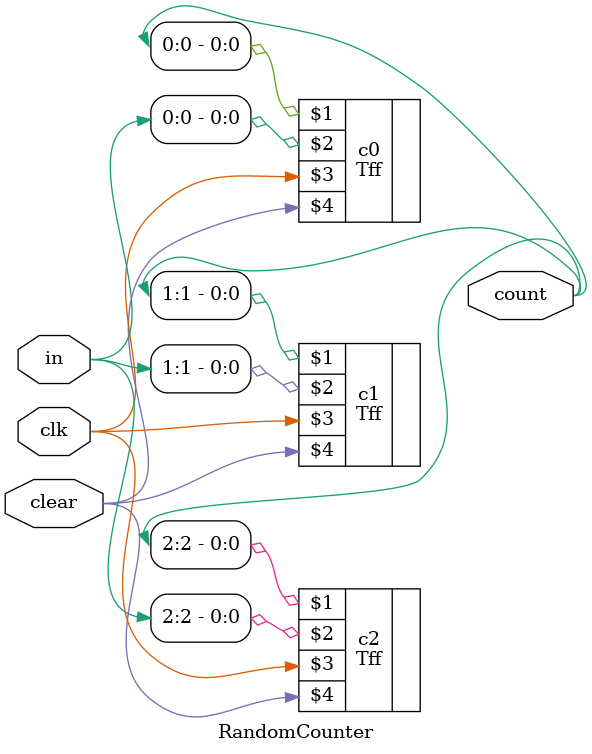
<source format=v>
`timescale 1ns / 1ps
module RandomCounter(count, clk, clear, in);
    output [2:0] count;
    input clk, clear;
    input [2:0] in;

    Tff c0(count[0], in[0], clk, clear);
    Tff c1(count[1], in[1], clk, clear);
    Tff c2(count[2], in[2], clk, clear);
endmodule
</source>
